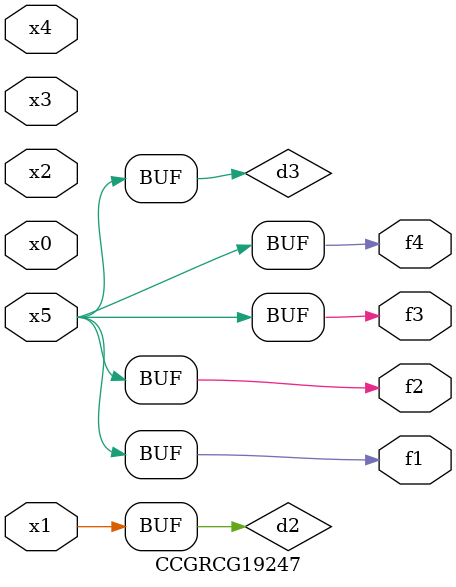
<source format=v>
module CCGRCG19247(
	input x0, x1, x2, x3, x4, x5,
	output f1, f2, f3, f4
);

	wire d1, d2, d3;

	not (d1, x5);
	or (d2, x1);
	xnor (d3, d1);
	assign f1 = d3;
	assign f2 = d3;
	assign f3 = d3;
	assign f4 = d3;
endmodule

</source>
